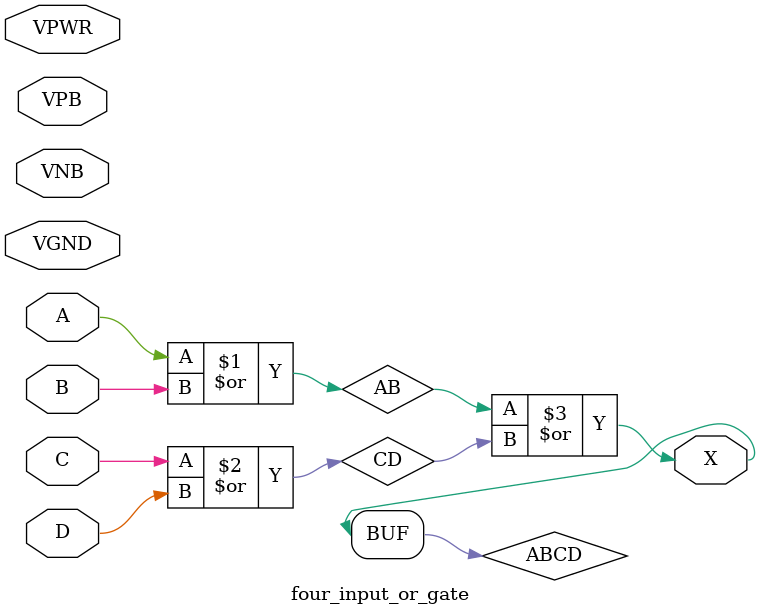
<source format=v>

module four_input_or_gate (
    X   ,
    A   ,
    B   ,
    C   ,
    D   ,
    VPWR,
    VGND,
    VPB ,
    VNB
);

    output X   ;
    input  A   ;
    input  B   ;
    input  C   ;
    input  D   ;
    input  VPWR;
    input  VGND;
    input  VPB ;
    input  VNB ;
    wire   AB, CD, ABCD;

    or (AB, A, B);
    or (CD, C, D);
    or (ABCD, AB, CD);

    assign X = ABCD;

endmodule
</source>
